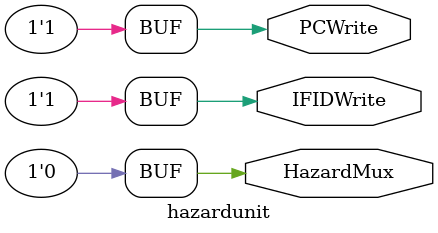
<source format=v>
module hazardunit(IFIDWrite,PCWrite,HazardMux);

   output     IFIDWrite, PCWrite, HazardMux;
   
   
   assign IFIDWrite = 1;
   assign PCWrite = 1;
   assign HazardMux = 0;
   
endmodule

</source>
